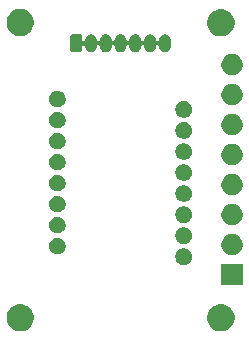
<source format=gbs>
G04 #@! TF.GenerationSoftware,KiCad,Pcbnew,(5.1.5)-3*
G04 #@! TF.CreationDate,2021-07-20T23:34:01+09:00*
G04 #@! TF.ProjectId,pmw3360,706d7733-3336-4302-9e6b-696361645f70,rev?*
G04 #@! TF.SameCoordinates,PX5b136e0PY4bcb138*
G04 #@! TF.FileFunction,Soldermask,Bot*
G04 #@! TF.FilePolarity,Negative*
%FSLAX46Y46*%
G04 Gerber Fmt 4.6, Leading zero omitted, Abs format (unit mm)*
G04 Created by KiCad (PCBNEW (5.1.5)-3) date 2021-07-20 23:34:01*
%MOMM*%
%LPD*%
G04 APERTURE LIST*
%ADD10C,0.100000*%
G04 APERTURE END LIST*
D10*
G36*
X19724549Y-26371116D02*
G01*
X19835734Y-26393232D01*
X20045203Y-26479997D01*
X20233720Y-26605960D01*
X20394040Y-26766280D01*
X20520003Y-26954797D01*
X20606768Y-27164266D01*
X20651000Y-27386636D01*
X20651000Y-27613364D01*
X20606768Y-27835734D01*
X20520003Y-28045203D01*
X20394040Y-28233720D01*
X20233720Y-28394040D01*
X20045203Y-28520003D01*
X19835734Y-28606768D01*
X19724549Y-28628884D01*
X19613365Y-28651000D01*
X19386635Y-28651000D01*
X19275451Y-28628884D01*
X19164266Y-28606768D01*
X18954797Y-28520003D01*
X18766280Y-28394040D01*
X18605960Y-28233720D01*
X18479997Y-28045203D01*
X18393232Y-27835734D01*
X18349000Y-27613364D01*
X18349000Y-27386636D01*
X18393232Y-27164266D01*
X18479997Y-26954797D01*
X18605960Y-26766280D01*
X18766280Y-26605960D01*
X18954797Y-26479997D01*
X19164266Y-26393232D01*
X19275451Y-26371116D01*
X19386635Y-26349000D01*
X19613365Y-26349000D01*
X19724549Y-26371116D01*
G37*
G36*
X2724549Y-26371116D02*
G01*
X2835734Y-26393232D01*
X3045203Y-26479997D01*
X3233720Y-26605960D01*
X3394040Y-26766280D01*
X3520003Y-26954797D01*
X3606768Y-27164266D01*
X3651000Y-27386636D01*
X3651000Y-27613364D01*
X3606768Y-27835734D01*
X3520003Y-28045203D01*
X3394040Y-28233720D01*
X3233720Y-28394040D01*
X3045203Y-28520003D01*
X2835734Y-28606768D01*
X2724549Y-28628884D01*
X2613365Y-28651000D01*
X2386635Y-28651000D01*
X2275451Y-28628884D01*
X2164266Y-28606768D01*
X1954797Y-28520003D01*
X1766280Y-28394040D01*
X1605960Y-28233720D01*
X1479997Y-28045203D01*
X1393232Y-27835734D01*
X1349000Y-27613364D01*
X1349000Y-27386636D01*
X1393232Y-27164266D01*
X1479997Y-26954797D01*
X1605960Y-26766280D01*
X1766280Y-26605960D01*
X1954797Y-26479997D01*
X2164266Y-26393232D01*
X2275451Y-26371116D01*
X2386635Y-26349000D01*
X2613365Y-26349000D01*
X2724549Y-26371116D01*
G37*
G36*
X21351000Y-24751000D02*
G01*
X19549000Y-24751000D01*
X19549000Y-22949000D01*
X21351000Y-22949000D01*
X21351000Y-24751000D01*
G37*
G36*
X16554473Y-21650938D02*
G01*
X16682049Y-21703782D01*
X16796859Y-21780495D01*
X16894505Y-21878141D01*
X16971218Y-21992951D01*
X17024062Y-22120527D01*
X17051000Y-22255956D01*
X17051000Y-22394044D01*
X17024062Y-22529473D01*
X16971218Y-22657049D01*
X16894505Y-22771859D01*
X16796859Y-22869505D01*
X16682049Y-22946218D01*
X16554473Y-22999062D01*
X16419044Y-23026000D01*
X16280956Y-23026000D01*
X16145527Y-22999062D01*
X16017951Y-22946218D01*
X15903141Y-22869505D01*
X15805495Y-22771859D01*
X15728782Y-22657049D01*
X15675938Y-22529473D01*
X15649000Y-22394044D01*
X15649000Y-22255956D01*
X15675938Y-22120527D01*
X15728782Y-21992951D01*
X15805495Y-21878141D01*
X15903141Y-21780495D01*
X16017951Y-21703782D01*
X16145527Y-21650938D01*
X16280956Y-21624000D01*
X16419044Y-21624000D01*
X16554473Y-21650938D01*
G37*
G36*
X20563512Y-20413927D02*
G01*
X20712812Y-20443624D01*
X20876784Y-20511544D01*
X21024354Y-20610147D01*
X21149853Y-20735646D01*
X21248456Y-20883216D01*
X21316376Y-21047188D01*
X21351000Y-21221259D01*
X21351000Y-21398741D01*
X21316376Y-21572812D01*
X21248456Y-21736784D01*
X21149853Y-21884354D01*
X21024354Y-22009853D01*
X20876784Y-22108456D01*
X20712812Y-22176376D01*
X20563512Y-22206073D01*
X20538742Y-22211000D01*
X20361258Y-22211000D01*
X20336488Y-22206073D01*
X20187188Y-22176376D01*
X20023216Y-22108456D01*
X19875646Y-22009853D01*
X19750147Y-21884354D01*
X19651544Y-21736784D01*
X19583624Y-21572812D01*
X19549000Y-21398741D01*
X19549000Y-21221259D01*
X19583624Y-21047188D01*
X19651544Y-20883216D01*
X19750147Y-20735646D01*
X19875646Y-20610147D01*
X20023216Y-20511544D01*
X20187188Y-20443624D01*
X20336488Y-20413927D01*
X20361258Y-20409000D01*
X20538742Y-20409000D01*
X20563512Y-20413927D01*
G37*
G36*
X5854473Y-20760938D02*
G01*
X5982049Y-20813782D01*
X6096859Y-20890495D01*
X6194505Y-20988141D01*
X6271218Y-21102951D01*
X6324062Y-21230527D01*
X6351000Y-21365956D01*
X6351000Y-21504044D01*
X6324062Y-21639473D01*
X6271218Y-21767049D01*
X6194505Y-21881859D01*
X6096859Y-21979505D01*
X5982049Y-22056218D01*
X5854473Y-22109062D01*
X5719044Y-22136000D01*
X5580956Y-22136000D01*
X5445527Y-22109062D01*
X5317951Y-22056218D01*
X5203141Y-21979505D01*
X5105495Y-21881859D01*
X5028782Y-21767049D01*
X4975938Y-21639473D01*
X4949000Y-21504044D01*
X4949000Y-21365956D01*
X4975938Y-21230527D01*
X5028782Y-21102951D01*
X5105495Y-20988141D01*
X5203141Y-20890495D01*
X5317951Y-20813782D01*
X5445527Y-20760938D01*
X5580956Y-20734000D01*
X5719044Y-20734000D01*
X5854473Y-20760938D01*
G37*
G36*
X16554473Y-19870938D02*
G01*
X16682049Y-19923782D01*
X16796859Y-20000495D01*
X16894505Y-20098141D01*
X16971218Y-20212951D01*
X17024062Y-20340527D01*
X17051000Y-20475956D01*
X17051000Y-20614044D01*
X17024062Y-20749473D01*
X16971218Y-20877049D01*
X16894505Y-20991859D01*
X16796859Y-21089505D01*
X16682049Y-21166218D01*
X16554473Y-21219062D01*
X16419044Y-21246000D01*
X16280956Y-21246000D01*
X16145527Y-21219062D01*
X16017951Y-21166218D01*
X15903141Y-21089505D01*
X15805495Y-20991859D01*
X15728782Y-20877049D01*
X15675938Y-20749473D01*
X15649000Y-20614044D01*
X15649000Y-20475956D01*
X15675938Y-20340527D01*
X15728782Y-20212951D01*
X15805495Y-20098141D01*
X15903141Y-20000495D01*
X16017951Y-19923782D01*
X16145527Y-19870938D01*
X16280956Y-19844000D01*
X16419044Y-19844000D01*
X16554473Y-19870938D01*
G37*
G36*
X5854473Y-18980938D02*
G01*
X5982049Y-19033782D01*
X6096859Y-19110495D01*
X6194505Y-19208141D01*
X6271218Y-19322951D01*
X6324062Y-19450527D01*
X6351000Y-19585956D01*
X6351000Y-19724044D01*
X6324062Y-19859473D01*
X6271218Y-19987049D01*
X6194505Y-20101859D01*
X6096859Y-20199505D01*
X5982049Y-20276218D01*
X5854473Y-20329062D01*
X5719044Y-20356000D01*
X5580956Y-20356000D01*
X5445527Y-20329062D01*
X5317951Y-20276218D01*
X5203141Y-20199505D01*
X5105495Y-20101859D01*
X5028782Y-19987049D01*
X4975938Y-19859473D01*
X4949000Y-19724044D01*
X4949000Y-19585956D01*
X4975938Y-19450527D01*
X5028782Y-19322951D01*
X5105495Y-19208141D01*
X5203141Y-19110495D01*
X5317951Y-19033782D01*
X5445527Y-18980938D01*
X5580956Y-18954000D01*
X5719044Y-18954000D01*
X5854473Y-18980938D01*
G37*
G36*
X20563512Y-17873927D02*
G01*
X20712812Y-17903624D01*
X20876784Y-17971544D01*
X21024354Y-18070147D01*
X21149853Y-18195646D01*
X21248456Y-18343216D01*
X21316376Y-18507188D01*
X21351000Y-18681259D01*
X21351000Y-18858741D01*
X21316376Y-19032812D01*
X21248456Y-19196784D01*
X21149853Y-19344354D01*
X21024354Y-19469853D01*
X20876784Y-19568456D01*
X20712812Y-19636376D01*
X20563512Y-19666073D01*
X20538742Y-19671000D01*
X20361258Y-19671000D01*
X20336488Y-19666073D01*
X20187188Y-19636376D01*
X20023216Y-19568456D01*
X19875646Y-19469853D01*
X19750147Y-19344354D01*
X19651544Y-19196784D01*
X19583624Y-19032812D01*
X19549000Y-18858741D01*
X19549000Y-18681259D01*
X19583624Y-18507188D01*
X19651544Y-18343216D01*
X19750147Y-18195646D01*
X19875646Y-18070147D01*
X20023216Y-17971544D01*
X20187188Y-17903624D01*
X20336488Y-17873927D01*
X20361258Y-17869000D01*
X20538742Y-17869000D01*
X20563512Y-17873927D01*
G37*
G36*
X16554473Y-18090938D02*
G01*
X16682049Y-18143782D01*
X16796859Y-18220495D01*
X16894505Y-18318141D01*
X16971218Y-18432951D01*
X17024062Y-18560527D01*
X17051000Y-18695956D01*
X17051000Y-18834044D01*
X17024062Y-18969473D01*
X16971218Y-19097049D01*
X16894505Y-19211859D01*
X16796859Y-19309505D01*
X16682049Y-19386218D01*
X16554473Y-19439062D01*
X16419044Y-19466000D01*
X16280956Y-19466000D01*
X16145527Y-19439062D01*
X16017951Y-19386218D01*
X15903141Y-19309505D01*
X15805495Y-19211859D01*
X15728782Y-19097049D01*
X15675938Y-18969473D01*
X15649000Y-18834044D01*
X15649000Y-18695956D01*
X15675938Y-18560527D01*
X15728782Y-18432951D01*
X15805495Y-18318141D01*
X15903141Y-18220495D01*
X16017951Y-18143782D01*
X16145527Y-18090938D01*
X16280956Y-18064000D01*
X16419044Y-18064000D01*
X16554473Y-18090938D01*
G37*
G36*
X5854473Y-17200938D02*
G01*
X5982049Y-17253782D01*
X6096859Y-17330495D01*
X6194505Y-17428141D01*
X6271218Y-17542951D01*
X6324062Y-17670527D01*
X6351000Y-17805956D01*
X6351000Y-17944044D01*
X6324062Y-18079473D01*
X6271218Y-18207049D01*
X6194505Y-18321859D01*
X6096859Y-18419505D01*
X5982049Y-18496218D01*
X5854473Y-18549062D01*
X5719044Y-18576000D01*
X5580956Y-18576000D01*
X5445527Y-18549062D01*
X5317951Y-18496218D01*
X5203141Y-18419505D01*
X5105495Y-18321859D01*
X5028782Y-18207049D01*
X4975938Y-18079473D01*
X4949000Y-17944044D01*
X4949000Y-17805956D01*
X4975938Y-17670527D01*
X5028782Y-17542951D01*
X5105495Y-17428141D01*
X5203141Y-17330495D01*
X5317951Y-17253782D01*
X5445527Y-17200938D01*
X5580956Y-17174000D01*
X5719044Y-17174000D01*
X5854473Y-17200938D01*
G37*
G36*
X16554473Y-16310938D02*
G01*
X16682049Y-16363782D01*
X16796859Y-16440495D01*
X16894505Y-16538141D01*
X16971218Y-16652951D01*
X17024062Y-16780527D01*
X17051000Y-16915956D01*
X17051000Y-17054044D01*
X17024062Y-17189473D01*
X16971218Y-17317049D01*
X16894505Y-17431859D01*
X16796859Y-17529505D01*
X16682049Y-17606218D01*
X16554473Y-17659062D01*
X16419044Y-17686000D01*
X16280956Y-17686000D01*
X16145527Y-17659062D01*
X16017951Y-17606218D01*
X15903141Y-17529505D01*
X15805495Y-17431859D01*
X15728782Y-17317049D01*
X15675938Y-17189473D01*
X15649000Y-17054044D01*
X15649000Y-16915956D01*
X15675938Y-16780527D01*
X15728782Y-16652951D01*
X15805495Y-16538141D01*
X15903141Y-16440495D01*
X16017951Y-16363782D01*
X16145527Y-16310938D01*
X16280956Y-16284000D01*
X16419044Y-16284000D01*
X16554473Y-16310938D01*
G37*
G36*
X20563512Y-15333927D02*
G01*
X20712812Y-15363624D01*
X20876784Y-15431544D01*
X21024354Y-15530147D01*
X21149853Y-15655646D01*
X21248456Y-15803216D01*
X21316376Y-15967188D01*
X21351000Y-16141259D01*
X21351000Y-16318741D01*
X21316376Y-16492812D01*
X21248456Y-16656784D01*
X21149853Y-16804354D01*
X21024354Y-16929853D01*
X20876784Y-17028456D01*
X20712812Y-17096376D01*
X20563512Y-17126073D01*
X20538742Y-17131000D01*
X20361258Y-17131000D01*
X20336488Y-17126073D01*
X20187188Y-17096376D01*
X20023216Y-17028456D01*
X19875646Y-16929853D01*
X19750147Y-16804354D01*
X19651544Y-16656784D01*
X19583624Y-16492812D01*
X19549000Y-16318741D01*
X19549000Y-16141259D01*
X19583624Y-15967188D01*
X19651544Y-15803216D01*
X19750147Y-15655646D01*
X19875646Y-15530147D01*
X20023216Y-15431544D01*
X20187188Y-15363624D01*
X20336488Y-15333927D01*
X20361258Y-15329000D01*
X20538742Y-15329000D01*
X20563512Y-15333927D01*
G37*
G36*
X5854473Y-15420938D02*
G01*
X5982049Y-15473782D01*
X6096859Y-15550495D01*
X6194505Y-15648141D01*
X6271218Y-15762951D01*
X6324062Y-15890527D01*
X6351000Y-16025956D01*
X6351000Y-16164044D01*
X6324062Y-16299473D01*
X6271218Y-16427049D01*
X6194505Y-16541859D01*
X6096859Y-16639505D01*
X5982049Y-16716218D01*
X5854473Y-16769062D01*
X5719044Y-16796000D01*
X5580956Y-16796000D01*
X5445527Y-16769062D01*
X5317951Y-16716218D01*
X5203141Y-16639505D01*
X5105495Y-16541859D01*
X5028782Y-16427049D01*
X4975938Y-16299473D01*
X4949000Y-16164044D01*
X4949000Y-16025956D01*
X4975938Y-15890527D01*
X5028782Y-15762951D01*
X5105495Y-15648141D01*
X5203141Y-15550495D01*
X5317951Y-15473782D01*
X5445527Y-15420938D01*
X5580956Y-15394000D01*
X5719044Y-15394000D01*
X5854473Y-15420938D01*
G37*
G36*
X16554473Y-14530938D02*
G01*
X16682049Y-14583782D01*
X16796859Y-14660495D01*
X16894505Y-14758141D01*
X16971218Y-14872951D01*
X17024062Y-15000527D01*
X17051000Y-15135956D01*
X17051000Y-15274044D01*
X17024062Y-15409473D01*
X16971218Y-15537049D01*
X16894505Y-15651859D01*
X16796859Y-15749505D01*
X16682049Y-15826218D01*
X16554473Y-15879062D01*
X16419044Y-15906000D01*
X16280956Y-15906000D01*
X16145527Y-15879062D01*
X16017951Y-15826218D01*
X15903141Y-15749505D01*
X15805495Y-15651859D01*
X15728782Y-15537049D01*
X15675938Y-15409473D01*
X15649000Y-15274044D01*
X15649000Y-15135956D01*
X15675938Y-15000527D01*
X15728782Y-14872951D01*
X15805495Y-14758141D01*
X15903141Y-14660495D01*
X16017951Y-14583782D01*
X16145527Y-14530938D01*
X16280956Y-14504000D01*
X16419044Y-14504000D01*
X16554473Y-14530938D01*
G37*
G36*
X5854473Y-13640938D02*
G01*
X5982049Y-13693782D01*
X6096859Y-13770495D01*
X6194505Y-13868141D01*
X6271218Y-13982951D01*
X6324062Y-14110527D01*
X6351000Y-14245956D01*
X6351000Y-14384044D01*
X6324062Y-14519473D01*
X6271218Y-14647049D01*
X6194505Y-14761859D01*
X6096859Y-14859505D01*
X5982049Y-14936218D01*
X5854473Y-14989062D01*
X5719044Y-15016000D01*
X5580956Y-15016000D01*
X5445527Y-14989062D01*
X5317951Y-14936218D01*
X5203141Y-14859505D01*
X5105495Y-14761859D01*
X5028782Y-14647049D01*
X4975938Y-14519473D01*
X4949000Y-14384044D01*
X4949000Y-14245956D01*
X4975938Y-14110527D01*
X5028782Y-13982951D01*
X5105495Y-13868141D01*
X5203141Y-13770495D01*
X5317951Y-13693782D01*
X5445527Y-13640938D01*
X5580956Y-13614000D01*
X5719044Y-13614000D01*
X5854473Y-13640938D01*
G37*
G36*
X20563512Y-12793927D02*
G01*
X20712812Y-12823624D01*
X20876784Y-12891544D01*
X21024354Y-12990147D01*
X21149853Y-13115646D01*
X21248456Y-13263216D01*
X21316376Y-13427188D01*
X21351000Y-13601259D01*
X21351000Y-13778741D01*
X21316376Y-13952812D01*
X21248456Y-14116784D01*
X21149853Y-14264354D01*
X21024354Y-14389853D01*
X20876784Y-14488456D01*
X20712812Y-14556376D01*
X20575029Y-14583782D01*
X20538742Y-14591000D01*
X20361258Y-14591000D01*
X20324971Y-14583782D01*
X20187188Y-14556376D01*
X20023216Y-14488456D01*
X19875646Y-14389853D01*
X19750147Y-14264354D01*
X19651544Y-14116784D01*
X19583624Y-13952812D01*
X19549000Y-13778741D01*
X19549000Y-13601259D01*
X19583624Y-13427188D01*
X19651544Y-13263216D01*
X19750147Y-13115646D01*
X19875646Y-12990147D01*
X20023216Y-12891544D01*
X20187188Y-12823624D01*
X20336488Y-12793927D01*
X20361258Y-12789000D01*
X20538742Y-12789000D01*
X20563512Y-12793927D01*
G37*
G36*
X16554473Y-12750938D02*
G01*
X16682049Y-12803782D01*
X16796859Y-12880495D01*
X16894505Y-12978141D01*
X16971218Y-13092951D01*
X17024062Y-13220527D01*
X17051000Y-13355956D01*
X17051000Y-13494044D01*
X17024062Y-13629473D01*
X16971218Y-13757049D01*
X16894505Y-13871859D01*
X16796859Y-13969505D01*
X16682049Y-14046218D01*
X16554473Y-14099062D01*
X16419044Y-14126000D01*
X16280956Y-14126000D01*
X16145527Y-14099062D01*
X16017951Y-14046218D01*
X15903141Y-13969505D01*
X15805495Y-13871859D01*
X15728782Y-13757049D01*
X15675938Y-13629473D01*
X15649000Y-13494044D01*
X15649000Y-13355956D01*
X15675938Y-13220527D01*
X15728782Y-13092951D01*
X15805495Y-12978141D01*
X15903141Y-12880495D01*
X16017951Y-12803782D01*
X16145527Y-12750938D01*
X16280956Y-12724000D01*
X16419044Y-12724000D01*
X16554473Y-12750938D01*
G37*
G36*
X5854473Y-11860938D02*
G01*
X5982049Y-11913782D01*
X6096859Y-11990495D01*
X6194505Y-12088141D01*
X6271218Y-12202951D01*
X6324062Y-12330527D01*
X6351000Y-12465956D01*
X6351000Y-12604044D01*
X6324062Y-12739473D01*
X6271218Y-12867049D01*
X6194505Y-12981859D01*
X6096859Y-13079505D01*
X5982049Y-13156218D01*
X5854473Y-13209062D01*
X5719044Y-13236000D01*
X5580956Y-13236000D01*
X5445527Y-13209062D01*
X5317951Y-13156218D01*
X5203141Y-13079505D01*
X5105495Y-12981859D01*
X5028782Y-12867049D01*
X4975938Y-12739473D01*
X4949000Y-12604044D01*
X4949000Y-12465956D01*
X4975938Y-12330527D01*
X5028782Y-12202951D01*
X5105495Y-12088141D01*
X5203141Y-11990495D01*
X5317951Y-11913782D01*
X5445527Y-11860938D01*
X5580956Y-11834000D01*
X5719044Y-11834000D01*
X5854473Y-11860938D01*
G37*
G36*
X16554473Y-10970938D02*
G01*
X16682049Y-11023782D01*
X16796859Y-11100495D01*
X16894505Y-11198141D01*
X16971218Y-11312951D01*
X17024062Y-11440527D01*
X17051000Y-11575956D01*
X17051000Y-11714044D01*
X17024062Y-11849473D01*
X16971218Y-11977049D01*
X16894505Y-12091859D01*
X16796859Y-12189505D01*
X16682049Y-12266218D01*
X16554473Y-12319062D01*
X16419044Y-12346000D01*
X16280956Y-12346000D01*
X16145527Y-12319062D01*
X16017951Y-12266218D01*
X15903141Y-12189505D01*
X15805495Y-12091859D01*
X15728782Y-11977049D01*
X15675938Y-11849473D01*
X15649000Y-11714044D01*
X15649000Y-11575956D01*
X15675938Y-11440527D01*
X15728782Y-11312951D01*
X15805495Y-11198141D01*
X15903141Y-11100495D01*
X16017951Y-11023782D01*
X16145527Y-10970938D01*
X16280956Y-10944000D01*
X16419044Y-10944000D01*
X16554473Y-10970938D01*
G37*
G36*
X20563512Y-10253927D02*
G01*
X20712812Y-10283624D01*
X20876784Y-10351544D01*
X21024354Y-10450147D01*
X21149853Y-10575646D01*
X21248456Y-10723216D01*
X21316376Y-10887188D01*
X21351000Y-11061259D01*
X21351000Y-11238741D01*
X21316376Y-11412812D01*
X21248456Y-11576784D01*
X21149853Y-11724354D01*
X21024354Y-11849853D01*
X20876784Y-11948456D01*
X20712812Y-12016376D01*
X20563512Y-12046073D01*
X20538742Y-12051000D01*
X20361258Y-12051000D01*
X20336488Y-12046073D01*
X20187188Y-12016376D01*
X20023216Y-11948456D01*
X19875646Y-11849853D01*
X19750147Y-11724354D01*
X19651544Y-11576784D01*
X19583624Y-11412812D01*
X19549000Y-11238741D01*
X19549000Y-11061259D01*
X19583624Y-10887188D01*
X19651544Y-10723216D01*
X19750147Y-10575646D01*
X19875646Y-10450147D01*
X20023216Y-10351544D01*
X20187188Y-10283624D01*
X20336488Y-10253927D01*
X20361258Y-10249000D01*
X20538742Y-10249000D01*
X20563512Y-10253927D01*
G37*
G36*
X5854473Y-10080938D02*
G01*
X5982049Y-10133782D01*
X6096859Y-10210495D01*
X6194505Y-10308141D01*
X6271218Y-10422951D01*
X6324062Y-10550527D01*
X6351000Y-10685956D01*
X6351000Y-10824044D01*
X6324062Y-10959473D01*
X6271218Y-11087049D01*
X6194505Y-11201859D01*
X6096859Y-11299505D01*
X5982049Y-11376218D01*
X5854473Y-11429062D01*
X5719044Y-11456000D01*
X5580956Y-11456000D01*
X5445527Y-11429062D01*
X5317951Y-11376218D01*
X5203141Y-11299505D01*
X5105495Y-11201859D01*
X5028782Y-11087049D01*
X4975938Y-10959473D01*
X4949000Y-10824044D01*
X4949000Y-10685956D01*
X4975938Y-10550527D01*
X5028782Y-10422951D01*
X5105495Y-10308141D01*
X5203141Y-10210495D01*
X5317951Y-10133782D01*
X5445527Y-10080938D01*
X5580956Y-10054000D01*
X5719044Y-10054000D01*
X5854473Y-10080938D01*
G37*
G36*
X16554473Y-9190938D02*
G01*
X16682049Y-9243782D01*
X16796859Y-9320495D01*
X16894505Y-9418141D01*
X16971218Y-9532951D01*
X17024062Y-9660527D01*
X17051000Y-9795956D01*
X17051000Y-9934044D01*
X17024062Y-10069473D01*
X16971218Y-10197049D01*
X16894505Y-10311859D01*
X16796859Y-10409505D01*
X16682049Y-10486218D01*
X16554473Y-10539062D01*
X16419044Y-10566000D01*
X16280956Y-10566000D01*
X16145527Y-10539062D01*
X16017951Y-10486218D01*
X15903141Y-10409505D01*
X15805495Y-10311859D01*
X15728782Y-10197049D01*
X15675938Y-10069473D01*
X15649000Y-9934044D01*
X15649000Y-9795956D01*
X15675938Y-9660527D01*
X15728782Y-9532951D01*
X15805495Y-9418141D01*
X15903141Y-9320495D01*
X16017951Y-9243782D01*
X16145527Y-9190938D01*
X16280956Y-9164000D01*
X16419044Y-9164000D01*
X16554473Y-9190938D01*
G37*
G36*
X5854473Y-8300938D02*
G01*
X5982049Y-8353782D01*
X6096859Y-8430495D01*
X6194505Y-8528141D01*
X6271218Y-8642951D01*
X6324062Y-8770527D01*
X6351000Y-8905956D01*
X6351000Y-9044044D01*
X6324062Y-9179473D01*
X6271218Y-9307049D01*
X6194505Y-9421859D01*
X6096859Y-9519505D01*
X5982049Y-9596218D01*
X5854473Y-9649062D01*
X5719044Y-9676000D01*
X5580956Y-9676000D01*
X5445527Y-9649062D01*
X5317951Y-9596218D01*
X5203141Y-9519505D01*
X5105495Y-9421859D01*
X5028782Y-9307049D01*
X4975938Y-9179473D01*
X4949000Y-9044044D01*
X4949000Y-8905956D01*
X4975938Y-8770527D01*
X5028782Y-8642951D01*
X5105495Y-8528141D01*
X5203141Y-8430495D01*
X5317951Y-8353782D01*
X5445527Y-8300938D01*
X5580956Y-8274000D01*
X5719044Y-8274000D01*
X5854473Y-8300938D01*
G37*
G36*
X20563512Y-7713927D02*
G01*
X20712812Y-7743624D01*
X20876784Y-7811544D01*
X21024354Y-7910147D01*
X21149853Y-8035646D01*
X21248456Y-8183216D01*
X21316376Y-8347188D01*
X21351000Y-8521259D01*
X21351000Y-8698741D01*
X21316376Y-8872812D01*
X21248456Y-9036784D01*
X21149853Y-9184354D01*
X21024354Y-9309853D01*
X20876784Y-9408456D01*
X20712812Y-9476376D01*
X20563512Y-9506073D01*
X20538742Y-9511000D01*
X20361258Y-9511000D01*
X20336488Y-9506073D01*
X20187188Y-9476376D01*
X20023216Y-9408456D01*
X19875646Y-9309853D01*
X19750147Y-9184354D01*
X19651544Y-9036784D01*
X19583624Y-8872812D01*
X19549000Y-8698741D01*
X19549000Y-8521259D01*
X19583624Y-8347188D01*
X19651544Y-8183216D01*
X19750147Y-8035646D01*
X19875646Y-7910147D01*
X20023216Y-7811544D01*
X20187188Y-7743624D01*
X20336488Y-7713927D01*
X20361258Y-7709000D01*
X20538742Y-7709000D01*
X20563512Y-7713927D01*
G37*
G36*
X20563512Y-5173927D02*
G01*
X20712812Y-5203624D01*
X20876784Y-5271544D01*
X21024354Y-5370147D01*
X21149853Y-5495646D01*
X21248456Y-5643216D01*
X21316376Y-5807188D01*
X21351000Y-5981259D01*
X21351000Y-6158741D01*
X21316376Y-6332812D01*
X21248456Y-6496784D01*
X21149853Y-6644354D01*
X21024354Y-6769853D01*
X20876784Y-6868456D01*
X20712812Y-6936376D01*
X20563512Y-6966073D01*
X20538742Y-6971000D01*
X20361258Y-6971000D01*
X20336488Y-6966073D01*
X20187188Y-6936376D01*
X20023216Y-6868456D01*
X19875646Y-6769853D01*
X19750147Y-6644354D01*
X19651544Y-6496784D01*
X19583624Y-6332812D01*
X19549000Y-6158741D01*
X19549000Y-5981259D01*
X19583624Y-5807188D01*
X19651544Y-5643216D01*
X19750147Y-5495646D01*
X19875646Y-5370147D01*
X20023216Y-5271544D01*
X20187188Y-5203624D01*
X20336488Y-5173927D01*
X20361258Y-5169000D01*
X20538742Y-5169000D01*
X20563512Y-5173927D01*
G37*
G36*
X14848212Y-3506249D02*
G01*
X14942651Y-3534897D01*
X15029687Y-3581418D01*
X15105975Y-3644025D01*
X15168582Y-3720313D01*
X15215103Y-3807348D01*
X15243751Y-3901787D01*
X15251000Y-3975388D01*
X15251000Y-4524612D01*
X15243751Y-4598213D01*
X15215103Y-4692652D01*
X15168582Y-4779687D01*
X15105975Y-4855975D01*
X15029687Y-4918582D01*
X14942652Y-4965103D01*
X14848213Y-4993751D01*
X14750000Y-5003424D01*
X14651788Y-4993751D01*
X14557349Y-4965103D01*
X14470314Y-4918582D01*
X14394026Y-4855975D01*
X14331419Y-4779687D01*
X14284898Y-4692652D01*
X14256250Y-4598213D01*
X14249397Y-4528633D01*
X14244616Y-4504600D01*
X14235239Y-4481961D01*
X14221625Y-4461587D01*
X14204298Y-4444260D01*
X14183924Y-4430646D01*
X14161285Y-4421269D01*
X14137252Y-4416489D01*
X14112747Y-4416489D01*
X14088714Y-4421270D01*
X14066075Y-4430647D01*
X14045701Y-4444261D01*
X14028374Y-4461588D01*
X14014760Y-4481962D01*
X14005383Y-4504601D01*
X14000605Y-4528623D01*
X13993751Y-4598213D01*
X13965103Y-4692652D01*
X13918582Y-4779687D01*
X13855975Y-4855975D01*
X13779687Y-4918582D01*
X13692652Y-4965103D01*
X13598213Y-4993751D01*
X13500000Y-5003424D01*
X13401788Y-4993751D01*
X13307349Y-4965103D01*
X13220314Y-4918582D01*
X13144026Y-4855975D01*
X13081419Y-4779687D01*
X13034898Y-4692652D01*
X13006250Y-4598213D01*
X12999397Y-4528633D01*
X12994616Y-4504600D01*
X12985239Y-4481961D01*
X12971625Y-4461587D01*
X12954298Y-4444260D01*
X12933924Y-4430646D01*
X12911285Y-4421269D01*
X12887252Y-4416489D01*
X12862747Y-4416489D01*
X12838714Y-4421270D01*
X12816075Y-4430647D01*
X12795701Y-4444261D01*
X12778374Y-4461588D01*
X12764760Y-4481962D01*
X12755383Y-4504601D01*
X12750605Y-4528623D01*
X12743751Y-4598213D01*
X12715103Y-4692652D01*
X12668582Y-4779687D01*
X12605975Y-4855975D01*
X12529687Y-4918582D01*
X12442652Y-4965103D01*
X12348213Y-4993751D01*
X12250000Y-5003424D01*
X12151788Y-4993751D01*
X12057349Y-4965103D01*
X11970314Y-4918582D01*
X11894026Y-4855975D01*
X11831419Y-4779687D01*
X11784898Y-4692652D01*
X11756250Y-4598213D01*
X11749397Y-4528633D01*
X11744616Y-4504600D01*
X11735239Y-4481961D01*
X11721625Y-4461587D01*
X11704298Y-4444260D01*
X11683924Y-4430646D01*
X11661285Y-4421269D01*
X11637252Y-4416489D01*
X11612747Y-4416489D01*
X11588714Y-4421270D01*
X11566075Y-4430647D01*
X11545701Y-4444261D01*
X11528374Y-4461588D01*
X11514760Y-4481962D01*
X11505383Y-4504601D01*
X11500605Y-4528623D01*
X11493751Y-4598213D01*
X11465103Y-4692652D01*
X11418582Y-4779687D01*
X11355975Y-4855975D01*
X11279687Y-4918582D01*
X11192652Y-4965103D01*
X11098213Y-4993751D01*
X11000000Y-5003424D01*
X10901788Y-4993751D01*
X10807349Y-4965103D01*
X10720314Y-4918582D01*
X10644026Y-4855975D01*
X10581419Y-4779687D01*
X10534898Y-4692652D01*
X10506250Y-4598213D01*
X10499397Y-4528633D01*
X10494616Y-4504600D01*
X10485239Y-4481961D01*
X10471625Y-4461587D01*
X10454298Y-4444260D01*
X10433924Y-4430646D01*
X10411285Y-4421269D01*
X10387252Y-4416489D01*
X10362747Y-4416489D01*
X10338714Y-4421270D01*
X10316075Y-4430647D01*
X10295701Y-4444261D01*
X10278374Y-4461588D01*
X10264760Y-4481962D01*
X10255383Y-4504601D01*
X10250605Y-4528623D01*
X10243751Y-4598213D01*
X10215103Y-4692652D01*
X10168582Y-4779687D01*
X10105975Y-4855975D01*
X10029687Y-4918582D01*
X9942652Y-4965103D01*
X9848213Y-4993751D01*
X9750000Y-5003424D01*
X9651788Y-4993751D01*
X9557349Y-4965103D01*
X9470314Y-4918582D01*
X9394026Y-4855975D01*
X9331419Y-4779687D01*
X9284898Y-4692652D01*
X9256250Y-4598213D01*
X9249397Y-4528633D01*
X9244616Y-4504600D01*
X9235239Y-4481961D01*
X9221625Y-4461587D01*
X9204298Y-4444260D01*
X9183924Y-4430646D01*
X9161285Y-4421269D01*
X9137252Y-4416489D01*
X9112747Y-4416489D01*
X9088714Y-4421270D01*
X9066075Y-4430647D01*
X9045701Y-4444261D01*
X9028374Y-4461588D01*
X9014760Y-4481962D01*
X9005383Y-4504601D01*
X9000605Y-4528623D01*
X8993751Y-4598213D01*
X8965103Y-4692652D01*
X8918582Y-4779687D01*
X8855975Y-4855975D01*
X8779687Y-4918582D01*
X8692652Y-4965103D01*
X8598213Y-4993751D01*
X8500000Y-5003424D01*
X8401788Y-4993751D01*
X8307349Y-4965103D01*
X8220314Y-4918582D01*
X8144026Y-4855975D01*
X8081419Y-4779687D01*
X8034898Y-4692652D01*
X8006250Y-4598213D01*
X8000396Y-4538776D01*
X7995615Y-4514742D01*
X7986238Y-4492103D01*
X7972624Y-4471729D01*
X7955297Y-4454402D01*
X7934923Y-4440789D01*
X7912284Y-4431411D01*
X7888251Y-4426631D01*
X7863747Y-4426631D01*
X7839713Y-4431412D01*
X7817074Y-4440789D01*
X7796700Y-4454403D01*
X7779373Y-4471730D01*
X7765760Y-4492104D01*
X7756382Y-4514743D01*
X7751000Y-4551028D01*
X7751000Y-4806860D01*
X7746795Y-4849560D01*
X7736131Y-4884713D01*
X7718814Y-4917110D01*
X7695509Y-4945509D01*
X7667110Y-4968814D01*
X7634713Y-4986131D01*
X7599560Y-4996795D01*
X7556860Y-5001000D01*
X6943140Y-5001000D01*
X6900440Y-4996795D01*
X6865287Y-4986131D01*
X6832890Y-4968814D01*
X6804491Y-4945509D01*
X6781186Y-4917110D01*
X6763869Y-4884713D01*
X6753205Y-4849560D01*
X6749000Y-4806860D01*
X6749000Y-3693140D01*
X6753205Y-3650440D01*
X6763869Y-3615287D01*
X6781186Y-3582890D01*
X6804491Y-3554491D01*
X6832890Y-3531186D01*
X6865287Y-3513869D01*
X6900440Y-3503205D01*
X6943140Y-3499000D01*
X7556860Y-3499000D01*
X7599560Y-3503205D01*
X7634713Y-3513869D01*
X7667110Y-3531186D01*
X7695509Y-3554491D01*
X7718814Y-3582890D01*
X7736131Y-3615287D01*
X7746795Y-3650440D01*
X7751000Y-3693140D01*
X7751000Y-3948973D01*
X7753402Y-3973359D01*
X7760515Y-3996808D01*
X7772066Y-4018419D01*
X7787611Y-4037361D01*
X7806553Y-4052906D01*
X7828164Y-4064457D01*
X7851613Y-4071570D01*
X7875999Y-4073972D01*
X7900385Y-4071570D01*
X7923834Y-4064457D01*
X7945445Y-4052906D01*
X7964387Y-4037361D01*
X7979932Y-4018419D01*
X7991483Y-3996808D01*
X8000394Y-3961231D01*
X8006249Y-3901788D01*
X8034897Y-3807349D01*
X8081418Y-3720313D01*
X8144025Y-3644025D01*
X8220313Y-3581418D01*
X8307348Y-3534897D01*
X8401787Y-3506249D01*
X8500000Y-3496576D01*
X8598212Y-3506249D01*
X8692651Y-3534897D01*
X8779687Y-3581418D01*
X8855975Y-3644025D01*
X8918582Y-3720313D01*
X8965103Y-3807348D01*
X8993751Y-3901787D01*
X9000605Y-3971377D01*
X9005384Y-3995401D01*
X9014761Y-4018039D01*
X9028375Y-4038414D01*
X9045702Y-4055741D01*
X9066076Y-4069354D01*
X9088715Y-4078732D01*
X9112748Y-4083512D01*
X9137252Y-4083512D01*
X9161286Y-4078731D01*
X9183924Y-4069354D01*
X9204299Y-4055740D01*
X9221626Y-4038413D01*
X9235239Y-4018039D01*
X9244617Y-3995400D01*
X9249395Y-3971378D01*
X9256249Y-3901788D01*
X9284897Y-3807349D01*
X9331418Y-3720313D01*
X9394025Y-3644025D01*
X9470313Y-3581418D01*
X9557348Y-3534897D01*
X9651787Y-3506249D01*
X9750000Y-3496576D01*
X9848212Y-3506249D01*
X9942651Y-3534897D01*
X10029687Y-3581418D01*
X10105975Y-3644025D01*
X10168582Y-3720313D01*
X10215103Y-3807348D01*
X10243751Y-3901787D01*
X10250605Y-3971377D01*
X10255384Y-3995401D01*
X10264761Y-4018039D01*
X10278375Y-4038414D01*
X10295702Y-4055741D01*
X10316076Y-4069354D01*
X10338715Y-4078732D01*
X10362748Y-4083512D01*
X10387252Y-4083512D01*
X10411286Y-4078731D01*
X10433924Y-4069354D01*
X10454299Y-4055740D01*
X10471626Y-4038413D01*
X10485239Y-4018039D01*
X10494617Y-3995400D01*
X10499395Y-3971378D01*
X10506249Y-3901788D01*
X10534897Y-3807349D01*
X10581418Y-3720313D01*
X10644025Y-3644025D01*
X10720313Y-3581418D01*
X10807348Y-3534897D01*
X10901787Y-3506249D01*
X11000000Y-3496576D01*
X11098212Y-3506249D01*
X11192651Y-3534897D01*
X11279687Y-3581418D01*
X11355975Y-3644025D01*
X11418582Y-3720313D01*
X11465103Y-3807348D01*
X11493751Y-3901787D01*
X11500605Y-3971377D01*
X11505384Y-3995401D01*
X11514761Y-4018039D01*
X11528375Y-4038414D01*
X11545702Y-4055741D01*
X11566076Y-4069354D01*
X11588715Y-4078732D01*
X11612748Y-4083512D01*
X11637252Y-4083512D01*
X11661286Y-4078731D01*
X11683924Y-4069354D01*
X11704299Y-4055740D01*
X11721626Y-4038413D01*
X11735239Y-4018039D01*
X11744617Y-3995400D01*
X11749395Y-3971378D01*
X11756249Y-3901788D01*
X11784897Y-3807349D01*
X11831418Y-3720313D01*
X11894025Y-3644025D01*
X11970313Y-3581418D01*
X12057348Y-3534897D01*
X12151787Y-3506249D01*
X12250000Y-3496576D01*
X12348212Y-3506249D01*
X12442651Y-3534897D01*
X12529687Y-3581418D01*
X12605975Y-3644025D01*
X12668582Y-3720313D01*
X12715103Y-3807348D01*
X12743751Y-3901787D01*
X12750605Y-3971377D01*
X12755384Y-3995401D01*
X12764761Y-4018039D01*
X12778375Y-4038414D01*
X12795702Y-4055741D01*
X12816076Y-4069354D01*
X12838715Y-4078732D01*
X12862748Y-4083512D01*
X12887252Y-4083512D01*
X12911286Y-4078731D01*
X12933924Y-4069354D01*
X12954299Y-4055740D01*
X12971626Y-4038413D01*
X12985239Y-4018039D01*
X12994617Y-3995400D01*
X12999395Y-3971378D01*
X13006249Y-3901788D01*
X13034897Y-3807349D01*
X13081418Y-3720313D01*
X13144025Y-3644025D01*
X13220313Y-3581418D01*
X13307348Y-3534897D01*
X13401787Y-3506249D01*
X13500000Y-3496576D01*
X13598212Y-3506249D01*
X13692651Y-3534897D01*
X13779687Y-3581418D01*
X13855975Y-3644025D01*
X13918582Y-3720313D01*
X13965103Y-3807348D01*
X13993751Y-3901787D01*
X14000605Y-3971377D01*
X14005384Y-3995401D01*
X14014761Y-4018039D01*
X14028375Y-4038414D01*
X14045702Y-4055741D01*
X14066076Y-4069354D01*
X14088715Y-4078732D01*
X14112748Y-4083512D01*
X14137252Y-4083512D01*
X14161286Y-4078731D01*
X14183924Y-4069354D01*
X14204299Y-4055740D01*
X14221626Y-4038413D01*
X14235239Y-4018039D01*
X14244617Y-3995400D01*
X14249395Y-3971378D01*
X14256249Y-3901788D01*
X14284897Y-3807349D01*
X14331418Y-3720313D01*
X14394025Y-3644025D01*
X14470313Y-3581418D01*
X14557348Y-3534897D01*
X14651787Y-3506249D01*
X14750000Y-3496576D01*
X14848212Y-3506249D01*
G37*
G36*
X19710050Y-1393232D02*
G01*
X19835734Y-1418232D01*
X20045203Y-1504997D01*
X20233720Y-1630960D01*
X20394040Y-1791280D01*
X20520003Y-1979797D01*
X20606768Y-2189266D01*
X20651000Y-2411636D01*
X20651000Y-2638364D01*
X20606768Y-2860734D01*
X20520003Y-3070203D01*
X20394040Y-3258720D01*
X20233720Y-3419040D01*
X20045203Y-3545003D01*
X19835734Y-3631768D01*
X19741863Y-3650440D01*
X19613365Y-3676000D01*
X19386635Y-3676000D01*
X19258137Y-3650440D01*
X19164266Y-3631768D01*
X18954797Y-3545003D01*
X18766280Y-3419040D01*
X18605960Y-3258720D01*
X18479997Y-3070203D01*
X18393232Y-2860734D01*
X18349000Y-2638364D01*
X18349000Y-2411636D01*
X18393232Y-2189266D01*
X18479997Y-1979797D01*
X18605960Y-1791280D01*
X18766280Y-1630960D01*
X18954797Y-1504997D01*
X19164266Y-1418232D01*
X19289950Y-1393232D01*
X19386635Y-1374000D01*
X19613365Y-1374000D01*
X19710050Y-1393232D01*
G37*
G36*
X2724549Y-1371116D02*
G01*
X2835734Y-1393232D01*
X3045203Y-1479997D01*
X3233720Y-1605960D01*
X3394040Y-1766280D01*
X3520003Y-1954797D01*
X3606768Y-2164266D01*
X3651000Y-2386636D01*
X3651000Y-2613364D01*
X3606768Y-2835734D01*
X3520003Y-3045203D01*
X3394040Y-3233720D01*
X3233720Y-3394040D01*
X3045203Y-3520003D01*
X3045202Y-3520004D01*
X3045201Y-3520004D01*
X2993988Y-3541217D01*
X2835734Y-3606768D01*
X2724549Y-3628884D01*
X2613365Y-3651000D01*
X2386635Y-3651000D01*
X2275451Y-3628884D01*
X2164266Y-3606768D01*
X2006012Y-3541217D01*
X1954799Y-3520004D01*
X1954798Y-3520004D01*
X1954797Y-3520003D01*
X1766280Y-3394040D01*
X1605960Y-3233720D01*
X1479997Y-3045203D01*
X1393232Y-2835734D01*
X1349000Y-2613364D01*
X1349000Y-2386636D01*
X1393232Y-2164266D01*
X1479997Y-1954797D01*
X1605960Y-1766280D01*
X1766280Y-1605960D01*
X1954797Y-1479997D01*
X2164266Y-1393232D01*
X2275451Y-1371116D01*
X2386635Y-1349000D01*
X2613365Y-1349000D01*
X2724549Y-1371116D01*
G37*
M02*

</source>
